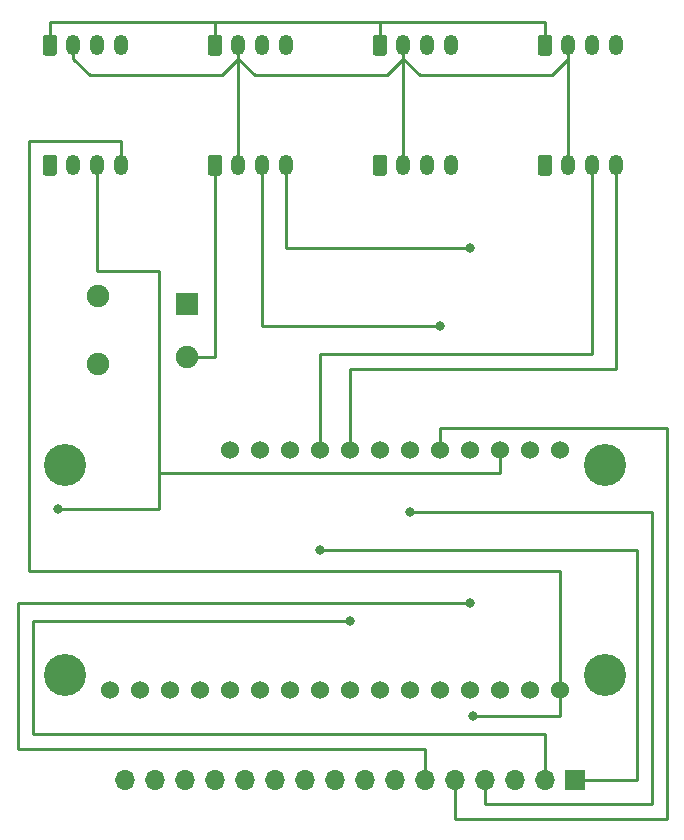
<source format=gbr>
G04 #@! TF.GenerationSoftware,KiCad,Pcbnew,5.1.5-52549c5~84~ubuntu19.10.1*
G04 #@! TF.CreationDate,2019-11-23T11:14:34+01:00*
G04 #@! TF.ProjectId,mep_v2_modif_grove,6d65705f-7632-45f6-9d6f-6469665f6772,rev?*
G04 #@! TF.SameCoordinates,Original*
G04 #@! TF.FileFunction,Copper,L2,Bot*
G04 #@! TF.FilePolarity,Positive*
%FSLAX46Y46*%
G04 Gerber Fmt 4.6, Leading zero omitted, Abs format (unit mm)*
G04 Created by KiCad (PCBNEW 5.1.5-52549c5~84~ubuntu19.10.1) date 2019-11-23 11:14:34*
%MOMM*%
%LPD*%
G04 APERTURE LIST*
%ADD10O,1.700000X1.700000*%
%ADD11R,1.700000X1.700000*%
%ADD12C,1.900000*%
%ADD13R,1.900000X1.900000*%
%ADD14C,3.556000*%
%ADD15C,1.524000*%
%ADD16C,0.100000*%
%ADD17O,1.200000X1.750000*%
%ADD18C,0.800000*%
%ADD19C,0.250000*%
G04 APERTURE END LIST*
D10*
X127000000Y-120650000D03*
X129540000Y-120650000D03*
X132080000Y-120650000D03*
X134620000Y-120650000D03*
X137160000Y-120650000D03*
X139700000Y-120650000D03*
X142240000Y-120650000D03*
X144780000Y-120650000D03*
X147320000Y-120650000D03*
X149860000Y-120650000D03*
X152400000Y-120650000D03*
X154940000Y-120650000D03*
X157480000Y-120650000D03*
X160020000Y-120650000D03*
X162560000Y-120650000D03*
D11*
X165100000Y-120650000D03*
D12*
X132230000Y-84800000D03*
D13*
X132230000Y-80300000D03*
D12*
X124730000Y-85450000D03*
X124730000Y-79650000D03*
D14*
X121920000Y-93980000D03*
X167640000Y-93980000D03*
X121920000Y-111760000D03*
X167640000Y-111760000D03*
D15*
X125730000Y-113030000D03*
X128270000Y-113030000D03*
X130810000Y-113030000D03*
X133350000Y-113030000D03*
X135890000Y-113030000D03*
X138430000Y-113030000D03*
X140970000Y-113030000D03*
X143510000Y-113030000D03*
X146050000Y-113030000D03*
X148590000Y-113030000D03*
X151130000Y-113030000D03*
X153670000Y-113030000D03*
X156210000Y-113030000D03*
X158750000Y-113030000D03*
X161290000Y-113030000D03*
X163830000Y-113030000D03*
X163830000Y-92710000D03*
X161290000Y-92710000D03*
X158750000Y-92710000D03*
X156210000Y-92710000D03*
X153670000Y-92710000D03*
X151130000Y-92710000D03*
X148590000Y-92710000D03*
X146050000Y-92710000D03*
X143510000Y-92710000D03*
X140970000Y-92710000D03*
X138430000Y-92710000D03*
X135890000Y-92710000D03*
G04 #@! TA.AperFunction,ComponentPad*
D16*
G36*
X121024505Y-57546204D02*
G01*
X121048773Y-57549804D01*
X121072572Y-57555765D01*
X121095671Y-57564030D01*
X121117850Y-57574520D01*
X121138893Y-57587132D01*
X121158599Y-57601747D01*
X121176777Y-57618223D01*
X121193253Y-57636401D01*
X121207868Y-57656107D01*
X121220480Y-57677150D01*
X121230970Y-57699329D01*
X121239235Y-57722428D01*
X121245196Y-57746227D01*
X121248796Y-57770495D01*
X121250000Y-57794999D01*
X121250000Y-59045001D01*
X121248796Y-59069505D01*
X121245196Y-59093773D01*
X121239235Y-59117572D01*
X121230970Y-59140671D01*
X121220480Y-59162850D01*
X121207868Y-59183893D01*
X121193253Y-59203599D01*
X121176777Y-59221777D01*
X121158599Y-59238253D01*
X121138893Y-59252868D01*
X121117850Y-59265480D01*
X121095671Y-59275970D01*
X121072572Y-59284235D01*
X121048773Y-59290196D01*
X121024505Y-59293796D01*
X121000001Y-59295000D01*
X120299999Y-59295000D01*
X120275495Y-59293796D01*
X120251227Y-59290196D01*
X120227428Y-59284235D01*
X120204329Y-59275970D01*
X120182150Y-59265480D01*
X120161107Y-59252868D01*
X120141401Y-59238253D01*
X120123223Y-59221777D01*
X120106747Y-59203599D01*
X120092132Y-59183893D01*
X120079520Y-59162850D01*
X120069030Y-59140671D01*
X120060765Y-59117572D01*
X120054804Y-59093773D01*
X120051204Y-59069505D01*
X120050000Y-59045001D01*
X120050000Y-57794999D01*
X120051204Y-57770495D01*
X120054804Y-57746227D01*
X120060765Y-57722428D01*
X120069030Y-57699329D01*
X120079520Y-57677150D01*
X120092132Y-57656107D01*
X120106747Y-57636401D01*
X120123223Y-57618223D01*
X120141401Y-57601747D01*
X120161107Y-57587132D01*
X120182150Y-57574520D01*
X120204329Y-57564030D01*
X120227428Y-57555765D01*
X120251227Y-57549804D01*
X120275495Y-57546204D01*
X120299999Y-57545000D01*
X121000001Y-57545000D01*
X121024505Y-57546204D01*
G37*
G04 #@! TD.AperFunction*
D17*
X122650000Y-58420000D03*
X124650000Y-58420000D03*
X126650000Y-58420000D03*
X140620000Y-58420000D03*
X138620000Y-58420000D03*
X136620000Y-58420000D03*
G04 #@! TA.AperFunction,ComponentPad*
D16*
G36*
X134994505Y-57546204D02*
G01*
X135018773Y-57549804D01*
X135042572Y-57555765D01*
X135065671Y-57564030D01*
X135087850Y-57574520D01*
X135108893Y-57587132D01*
X135128599Y-57601747D01*
X135146777Y-57618223D01*
X135163253Y-57636401D01*
X135177868Y-57656107D01*
X135190480Y-57677150D01*
X135200970Y-57699329D01*
X135209235Y-57722428D01*
X135215196Y-57746227D01*
X135218796Y-57770495D01*
X135220000Y-57794999D01*
X135220000Y-59045001D01*
X135218796Y-59069505D01*
X135215196Y-59093773D01*
X135209235Y-59117572D01*
X135200970Y-59140671D01*
X135190480Y-59162850D01*
X135177868Y-59183893D01*
X135163253Y-59203599D01*
X135146777Y-59221777D01*
X135128599Y-59238253D01*
X135108893Y-59252868D01*
X135087850Y-59265480D01*
X135065671Y-59275970D01*
X135042572Y-59284235D01*
X135018773Y-59290196D01*
X134994505Y-59293796D01*
X134970001Y-59295000D01*
X134269999Y-59295000D01*
X134245495Y-59293796D01*
X134221227Y-59290196D01*
X134197428Y-59284235D01*
X134174329Y-59275970D01*
X134152150Y-59265480D01*
X134131107Y-59252868D01*
X134111401Y-59238253D01*
X134093223Y-59221777D01*
X134076747Y-59203599D01*
X134062132Y-59183893D01*
X134049520Y-59162850D01*
X134039030Y-59140671D01*
X134030765Y-59117572D01*
X134024804Y-59093773D01*
X134021204Y-59069505D01*
X134020000Y-59045001D01*
X134020000Y-57794999D01*
X134021204Y-57770495D01*
X134024804Y-57746227D01*
X134030765Y-57722428D01*
X134039030Y-57699329D01*
X134049520Y-57677150D01*
X134062132Y-57656107D01*
X134076747Y-57636401D01*
X134093223Y-57618223D01*
X134111401Y-57601747D01*
X134131107Y-57587132D01*
X134152150Y-57574520D01*
X134174329Y-57564030D01*
X134197428Y-57555765D01*
X134221227Y-57549804D01*
X134245495Y-57546204D01*
X134269999Y-57545000D01*
X134970001Y-57545000D01*
X134994505Y-57546204D01*
G37*
G04 #@! TD.AperFunction*
D17*
X126650000Y-68580000D03*
X124650000Y-68580000D03*
X122650000Y-68580000D03*
G04 #@! TA.AperFunction,ComponentPad*
D16*
G36*
X121024505Y-67706204D02*
G01*
X121048773Y-67709804D01*
X121072572Y-67715765D01*
X121095671Y-67724030D01*
X121117850Y-67734520D01*
X121138893Y-67747132D01*
X121158599Y-67761747D01*
X121176777Y-67778223D01*
X121193253Y-67796401D01*
X121207868Y-67816107D01*
X121220480Y-67837150D01*
X121230970Y-67859329D01*
X121239235Y-67882428D01*
X121245196Y-67906227D01*
X121248796Y-67930495D01*
X121250000Y-67954999D01*
X121250000Y-69205001D01*
X121248796Y-69229505D01*
X121245196Y-69253773D01*
X121239235Y-69277572D01*
X121230970Y-69300671D01*
X121220480Y-69322850D01*
X121207868Y-69343893D01*
X121193253Y-69363599D01*
X121176777Y-69381777D01*
X121158599Y-69398253D01*
X121138893Y-69412868D01*
X121117850Y-69425480D01*
X121095671Y-69435970D01*
X121072572Y-69444235D01*
X121048773Y-69450196D01*
X121024505Y-69453796D01*
X121000001Y-69455000D01*
X120299999Y-69455000D01*
X120275495Y-69453796D01*
X120251227Y-69450196D01*
X120227428Y-69444235D01*
X120204329Y-69435970D01*
X120182150Y-69425480D01*
X120161107Y-69412868D01*
X120141401Y-69398253D01*
X120123223Y-69381777D01*
X120106747Y-69363599D01*
X120092132Y-69343893D01*
X120079520Y-69322850D01*
X120069030Y-69300671D01*
X120060765Y-69277572D01*
X120054804Y-69253773D01*
X120051204Y-69229505D01*
X120050000Y-69205001D01*
X120050000Y-67954999D01*
X120051204Y-67930495D01*
X120054804Y-67906227D01*
X120060765Y-67882428D01*
X120069030Y-67859329D01*
X120079520Y-67837150D01*
X120092132Y-67816107D01*
X120106747Y-67796401D01*
X120123223Y-67778223D01*
X120141401Y-67761747D01*
X120161107Y-67747132D01*
X120182150Y-67734520D01*
X120204329Y-67724030D01*
X120227428Y-67715765D01*
X120251227Y-67709804D01*
X120275495Y-67706204D01*
X120299999Y-67705000D01*
X121000001Y-67705000D01*
X121024505Y-67706204D01*
G37*
G04 #@! TD.AperFunction*
G04 #@! TA.AperFunction,ComponentPad*
G36*
X134994505Y-67706204D02*
G01*
X135018773Y-67709804D01*
X135042572Y-67715765D01*
X135065671Y-67724030D01*
X135087850Y-67734520D01*
X135108893Y-67747132D01*
X135128599Y-67761747D01*
X135146777Y-67778223D01*
X135163253Y-67796401D01*
X135177868Y-67816107D01*
X135190480Y-67837150D01*
X135200970Y-67859329D01*
X135209235Y-67882428D01*
X135215196Y-67906227D01*
X135218796Y-67930495D01*
X135220000Y-67954999D01*
X135220000Y-69205001D01*
X135218796Y-69229505D01*
X135215196Y-69253773D01*
X135209235Y-69277572D01*
X135200970Y-69300671D01*
X135190480Y-69322850D01*
X135177868Y-69343893D01*
X135163253Y-69363599D01*
X135146777Y-69381777D01*
X135128599Y-69398253D01*
X135108893Y-69412868D01*
X135087850Y-69425480D01*
X135065671Y-69435970D01*
X135042572Y-69444235D01*
X135018773Y-69450196D01*
X134994505Y-69453796D01*
X134970001Y-69455000D01*
X134269999Y-69455000D01*
X134245495Y-69453796D01*
X134221227Y-69450196D01*
X134197428Y-69444235D01*
X134174329Y-69435970D01*
X134152150Y-69425480D01*
X134131107Y-69412868D01*
X134111401Y-69398253D01*
X134093223Y-69381777D01*
X134076747Y-69363599D01*
X134062132Y-69343893D01*
X134049520Y-69322850D01*
X134039030Y-69300671D01*
X134030765Y-69277572D01*
X134024804Y-69253773D01*
X134021204Y-69229505D01*
X134020000Y-69205001D01*
X134020000Y-67954999D01*
X134021204Y-67930495D01*
X134024804Y-67906227D01*
X134030765Y-67882428D01*
X134039030Y-67859329D01*
X134049520Y-67837150D01*
X134062132Y-67816107D01*
X134076747Y-67796401D01*
X134093223Y-67778223D01*
X134111401Y-67761747D01*
X134131107Y-67747132D01*
X134152150Y-67734520D01*
X134174329Y-67724030D01*
X134197428Y-67715765D01*
X134221227Y-67709804D01*
X134245495Y-67706204D01*
X134269999Y-67705000D01*
X134970001Y-67705000D01*
X134994505Y-67706204D01*
G37*
G04 #@! TD.AperFunction*
D17*
X136620000Y-68580000D03*
X138620000Y-68580000D03*
X140620000Y-68580000D03*
G04 #@! TA.AperFunction,ComponentPad*
D16*
G36*
X148964505Y-67706204D02*
G01*
X148988773Y-67709804D01*
X149012572Y-67715765D01*
X149035671Y-67724030D01*
X149057850Y-67734520D01*
X149078893Y-67747132D01*
X149098599Y-67761747D01*
X149116777Y-67778223D01*
X149133253Y-67796401D01*
X149147868Y-67816107D01*
X149160480Y-67837150D01*
X149170970Y-67859329D01*
X149179235Y-67882428D01*
X149185196Y-67906227D01*
X149188796Y-67930495D01*
X149190000Y-67954999D01*
X149190000Y-69205001D01*
X149188796Y-69229505D01*
X149185196Y-69253773D01*
X149179235Y-69277572D01*
X149170970Y-69300671D01*
X149160480Y-69322850D01*
X149147868Y-69343893D01*
X149133253Y-69363599D01*
X149116777Y-69381777D01*
X149098599Y-69398253D01*
X149078893Y-69412868D01*
X149057850Y-69425480D01*
X149035671Y-69435970D01*
X149012572Y-69444235D01*
X148988773Y-69450196D01*
X148964505Y-69453796D01*
X148940001Y-69455000D01*
X148239999Y-69455000D01*
X148215495Y-69453796D01*
X148191227Y-69450196D01*
X148167428Y-69444235D01*
X148144329Y-69435970D01*
X148122150Y-69425480D01*
X148101107Y-69412868D01*
X148081401Y-69398253D01*
X148063223Y-69381777D01*
X148046747Y-69363599D01*
X148032132Y-69343893D01*
X148019520Y-69322850D01*
X148009030Y-69300671D01*
X148000765Y-69277572D01*
X147994804Y-69253773D01*
X147991204Y-69229505D01*
X147990000Y-69205001D01*
X147990000Y-67954999D01*
X147991204Y-67930495D01*
X147994804Y-67906227D01*
X148000765Y-67882428D01*
X148009030Y-67859329D01*
X148019520Y-67837150D01*
X148032132Y-67816107D01*
X148046747Y-67796401D01*
X148063223Y-67778223D01*
X148081401Y-67761747D01*
X148101107Y-67747132D01*
X148122150Y-67734520D01*
X148144329Y-67724030D01*
X148167428Y-67715765D01*
X148191227Y-67709804D01*
X148215495Y-67706204D01*
X148239999Y-67705000D01*
X148940001Y-67705000D01*
X148964505Y-67706204D01*
G37*
G04 #@! TD.AperFunction*
D17*
X150590000Y-68580000D03*
X152590000Y-68580000D03*
X154590000Y-68580000D03*
X168560000Y-68580000D03*
X166560000Y-68580000D03*
X164560000Y-68580000D03*
G04 #@! TA.AperFunction,ComponentPad*
D16*
G36*
X162934505Y-67706204D02*
G01*
X162958773Y-67709804D01*
X162982572Y-67715765D01*
X163005671Y-67724030D01*
X163027850Y-67734520D01*
X163048893Y-67747132D01*
X163068599Y-67761747D01*
X163086777Y-67778223D01*
X163103253Y-67796401D01*
X163117868Y-67816107D01*
X163130480Y-67837150D01*
X163140970Y-67859329D01*
X163149235Y-67882428D01*
X163155196Y-67906227D01*
X163158796Y-67930495D01*
X163160000Y-67954999D01*
X163160000Y-69205001D01*
X163158796Y-69229505D01*
X163155196Y-69253773D01*
X163149235Y-69277572D01*
X163140970Y-69300671D01*
X163130480Y-69322850D01*
X163117868Y-69343893D01*
X163103253Y-69363599D01*
X163086777Y-69381777D01*
X163068599Y-69398253D01*
X163048893Y-69412868D01*
X163027850Y-69425480D01*
X163005671Y-69435970D01*
X162982572Y-69444235D01*
X162958773Y-69450196D01*
X162934505Y-69453796D01*
X162910001Y-69455000D01*
X162209999Y-69455000D01*
X162185495Y-69453796D01*
X162161227Y-69450196D01*
X162137428Y-69444235D01*
X162114329Y-69435970D01*
X162092150Y-69425480D01*
X162071107Y-69412868D01*
X162051401Y-69398253D01*
X162033223Y-69381777D01*
X162016747Y-69363599D01*
X162002132Y-69343893D01*
X161989520Y-69322850D01*
X161979030Y-69300671D01*
X161970765Y-69277572D01*
X161964804Y-69253773D01*
X161961204Y-69229505D01*
X161960000Y-69205001D01*
X161960000Y-67954999D01*
X161961204Y-67930495D01*
X161964804Y-67906227D01*
X161970765Y-67882428D01*
X161979030Y-67859329D01*
X161989520Y-67837150D01*
X162002132Y-67816107D01*
X162016747Y-67796401D01*
X162033223Y-67778223D01*
X162051401Y-67761747D01*
X162071107Y-67747132D01*
X162092150Y-67734520D01*
X162114329Y-67724030D01*
X162137428Y-67715765D01*
X162161227Y-67709804D01*
X162185495Y-67706204D01*
X162209999Y-67705000D01*
X162910001Y-67705000D01*
X162934505Y-67706204D01*
G37*
G04 #@! TD.AperFunction*
G04 #@! TA.AperFunction,ComponentPad*
G36*
X148964505Y-57546204D02*
G01*
X148988773Y-57549804D01*
X149012572Y-57555765D01*
X149035671Y-57564030D01*
X149057850Y-57574520D01*
X149078893Y-57587132D01*
X149098599Y-57601747D01*
X149116777Y-57618223D01*
X149133253Y-57636401D01*
X149147868Y-57656107D01*
X149160480Y-57677150D01*
X149170970Y-57699329D01*
X149179235Y-57722428D01*
X149185196Y-57746227D01*
X149188796Y-57770495D01*
X149190000Y-57794999D01*
X149190000Y-59045001D01*
X149188796Y-59069505D01*
X149185196Y-59093773D01*
X149179235Y-59117572D01*
X149170970Y-59140671D01*
X149160480Y-59162850D01*
X149147868Y-59183893D01*
X149133253Y-59203599D01*
X149116777Y-59221777D01*
X149098599Y-59238253D01*
X149078893Y-59252868D01*
X149057850Y-59265480D01*
X149035671Y-59275970D01*
X149012572Y-59284235D01*
X148988773Y-59290196D01*
X148964505Y-59293796D01*
X148940001Y-59295000D01*
X148239999Y-59295000D01*
X148215495Y-59293796D01*
X148191227Y-59290196D01*
X148167428Y-59284235D01*
X148144329Y-59275970D01*
X148122150Y-59265480D01*
X148101107Y-59252868D01*
X148081401Y-59238253D01*
X148063223Y-59221777D01*
X148046747Y-59203599D01*
X148032132Y-59183893D01*
X148019520Y-59162850D01*
X148009030Y-59140671D01*
X148000765Y-59117572D01*
X147994804Y-59093773D01*
X147991204Y-59069505D01*
X147990000Y-59045001D01*
X147990000Y-57794999D01*
X147991204Y-57770495D01*
X147994804Y-57746227D01*
X148000765Y-57722428D01*
X148009030Y-57699329D01*
X148019520Y-57677150D01*
X148032132Y-57656107D01*
X148046747Y-57636401D01*
X148063223Y-57618223D01*
X148081401Y-57601747D01*
X148101107Y-57587132D01*
X148122150Y-57574520D01*
X148144329Y-57564030D01*
X148167428Y-57555765D01*
X148191227Y-57549804D01*
X148215495Y-57546204D01*
X148239999Y-57545000D01*
X148940001Y-57545000D01*
X148964505Y-57546204D01*
G37*
G04 #@! TD.AperFunction*
D17*
X150590000Y-58420000D03*
X152590000Y-58420000D03*
X154590000Y-58420000D03*
X168560000Y-58420000D03*
X166560000Y-58420000D03*
X164560000Y-58420000D03*
G04 #@! TA.AperFunction,ComponentPad*
D16*
G36*
X162934505Y-57546204D02*
G01*
X162958773Y-57549804D01*
X162982572Y-57555765D01*
X163005671Y-57564030D01*
X163027850Y-57574520D01*
X163048893Y-57587132D01*
X163068599Y-57601747D01*
X163086777Y-57618223D01*
X163103253Y-57636401D01*
X163117868Y-57656107D01*
X163130480Y-57677150D01*
X163140970Y-57699329D01*
X163149235Y-57722428D01*
X163155196Y-57746227D01*
X163158796Y-57770495D01*
X163160000Y-57794999D01*
X163160000Y-59045001D01*
X163158796Y-59069505D01*
X163155196Y-59093773D01*
X163149235Y-59117572D01*
X163140970Y-59140671D01*
X163130480Y-59162850D01*
X163117868Y-59183893D01*
X163103253Y-59203599D01*
X163086777Y-59221777D01*
X163068599Y-59238253D01*
X163048893Y-59252868D01*
X163027850Y-59265480D01*
X163005671Y-59275970D01*
X162982572Y-59284235D01*
X162958773Y-59290196D01*
X162934505Y-59293796D01*
X162910001Y-59295000D01*
X162209999Y-59295000D01*
X162185495Y-59293796D01*
X162161227Y-59290196D01*
X162137428Y-59284235D01*
X162114329Y-59275970D01*
X162092150Y-59265480D01*
X162071107Y-59252868D01*
X162051401Y-59238253D01*
X162033223Y-59221777D01*
X162016747Y-59203599D01*
X162002132Y-59183893D01*
X161989520Y-59162850D01*
X161979030Y-59140671D01*
X161970765Y-59117572D01*
X161964804Y-59093773D01*
X161961204Y-59069505D01*
X161960000Y-59045001D01*
X161960000Y-57794999D01*
X161961204Y-57770495D01*
X161964804Y-57746227D01*
X161970765Y-57722428D01*
X161979030Y-57699329D01*
X161989520Y-57677150D01*
X162002132Y-57656107D01*
X162016747Y-57636401D01*
X162033223Y-57618223D01*
X162051401Y-57601747D01*
X162071107Y-57587132D01*
X162092150Y-57574520D01*
X162114329Y-57564030D01*
X162137428Y-57555765D01*
X162161227Y-57549804D01*
X162185495Y-57546204D01*
X162209999Y-57545000D01*
X162910001Y-57545000D01*
X162934505Y-57546204D01*
G37*
G04 #@! TD.AperFunction*
D18*
X156475800Y-115218800D03*
X121332000Y-97660000D03*
X153670000Y-82203700D03*
X156210000Y-105663400D03*
X156210000Y-75629800D03*
X151130000Y-97930000D03*
X146050000Y-107188600D03*
X143510000Y-101174000D03*
D19*
X134620000Y-68580000D02*
X134620000Y-84800000D01*
X134620000Y-84800000D02*
X132230000Y-84800000D01*
X134620000Y-56419800D02*
X120650000Y-56419800D01*
X120650000Y-56419800D02*
X120650000Y-58420000D01*
X148590000Y-56419800D02*
X134620000Y-56419800D01*
X134620000Y-56419800D02*
X134620000Y-58420000D01*
X162560000Y-58420000D02*
X162560000Y-56419800D01*
X162560000Y-56419800D02*
X148590000Y-56419800D01*
X148590000Y-56419800D02*
X148590000Y-58420000D01*
X164560000Y-60421200D02*
X164560000Y-68580000D01*
X164560000Y-58420000D02*
X164560000Y-60421200D01*
X150590000Y-60421200D02*
X150590000Y-68580000D01*
X150590000Y-58420000D02*
X150590000Y-60421200D01*
X136620000Y-60421200D02*
X136620000Y-68580000D01*
X136620000Y-58420000D02*
X136620000Y-60421200D01*
X136620000Y-59545000D02*
X136620000Y-58420000D01*
X136620000Y-59545000D02*
X138035000Y-60960000D01*
X150590000Y-59545000D02*
X150590000Y-58420000D01*
X149175000Y-60960000D02*
X150590000Y-59545000D01*
X138035000Y-60960000D02*
X149175000Y-60960000D01*
X150590000Y-59545000D02*
X152005000Y-60960000D01*
X164560000Y-59545000D02*
X164560000Y-58420000D01*
X163145000Y-60960000D02*
X164560000Y-59545000D01*
X152005000Y-60960000D02*
X163145000Y-60960000D01*
X136620000Y-59545000D02*
X135205000Y-60960000D01*
X122650000Y-59545000D02*
X122650000Y-58420000D01*
X124065000Y-60960000D02*
X122650000Y-59545000D01*
X135205000Y-60960000D02*
X124065000Y-60960000D01*
X126650000Y-68580000D02*
X126650000Y-66561400D01*
X126650000Y-66561400D02*
X118923800Y-66561400D01*
X118923800Y-66561400D02*
X118923800Y-102970500D01*
X118923800Y-102970500D02*
X163830000Y-102970500D01*
X163830000Y-102970500D02*
X163830000Y-113030000D01*
X163830000Y-113030000D02*
X163830000Y-115218800D01*
X163830000Y-115218800D02*
X156475800Y-115218800D01*
X129905000Y-94597200D02*
X129905000Y-97660000D01*
X129905000Y-97660000D02*
X121332000Y-97660000D01*
X129905000Y-94597200D02*
X158750000Y-94597200D01*
X158750000Y-94597200D02*
X158750000Y-92710000D01*
X124650000Y-68580000D02*
X124650000Y-77574900D01*
X124650000Y-77574900D02*
X129905000Y-77574900D01*
X129905000Y-77574900D02*
X129905000Y-94597200D01*
X153670000Y-92710000D02*
X153670000Y-90797800D01*
X153670000Y-90797800D02*
X172886800Y-90797800D01*
X172886800Y-90797800D02*
X172886800Y-123892300D01*
X172886800Y-123892300D02*
X154940000Y-123892300D01*
X154940000Y-123892300D02*
X154940000Y-120650000D01*
X138620000Y-68580000D02*
X138620000Y-82203700D01*
X138620000Y-82203700D02*
X153670000Y-82203700D01*
X152400000Y-120650000D02*
X152400000Y-117994200D01*
X152400000Y-117994200D02*
X117935400Y-117994200D01*
X117935400Y-117994200D02*
X117935400Y-105663400D01*
X117935400Y-105663400D02*
X156210000Y-105663400D01*
X140620000Y-68580000D02*
X140620000Y-75629800D01*
X140620000Y-75629800D02*
X156210000Y-75629800D01*
X157480000Y-120650000D02*
X157480000Y-122625200D01*
X157480000Y-122625200D02*
X171594400Y-122625200D01*
X171594400Y-122625200D02*
X171594400Y-97930000D01*
X171594400Y-97930000D02*
X151130000Y-97930000D01*
X162560000Y-120650000D02*
X162560000Y-116744000D01*
X162560000Y-116744000D02*
X119185600Y-116744000D01*
X119185600Y-116744000D02*
X119185600Y-107188600D01*
X119185600Y-107188600D02*
X146050000Y-107188600D01*
X168560000Y-68580000D02*
X168560000Y-85806200D01*
X168560000Y-85806200D02*
X146050000Y-85806200D01*
X146050000Y-85806200D02*
X146050000Y-92710000D01*
X165100000Y-120650000D02*
X170343700Y-120650000D01*
X170343700Y-120650000D02*
X170343700Y-101174000D01*
X170343700Y-101174000D02*
X143510000Y-101174000D01*
X166560000Y-68580000D02*
X166560000Y-84556100D01*
X166560000Y-84556100D02*
X143510000Y-84556100D01*
X143510000Y-84556100D02*
X143510000Y-92710000D01*
M02*

</source>
